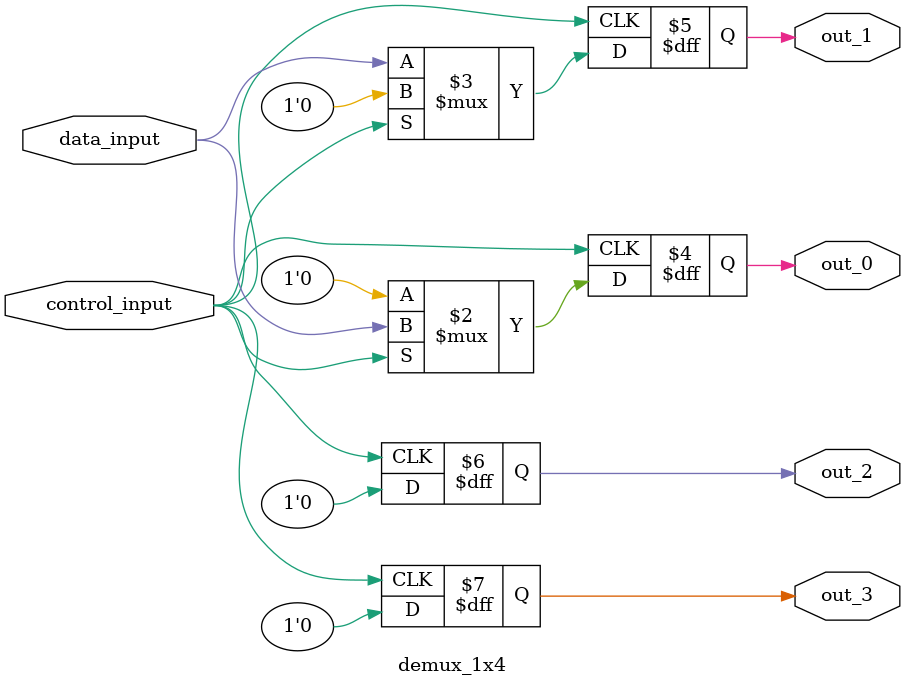
<source format=v>
module demux_1x4 (
  input wire data_input,
  input wire control_input,
  output reg out_0,
  output reg out_1,
  output reg out_2,
  output reg out_3
);

  always @(posedge control_input) begin
    out_0 <= (control_input) ? data_input : 1'b0;
    out_1 <= (control_input) ? 1'b0 : data_input;
    out_2 <= 1'b0;
    out_3 <= 1'b0;
  end

endmodule

</source>
